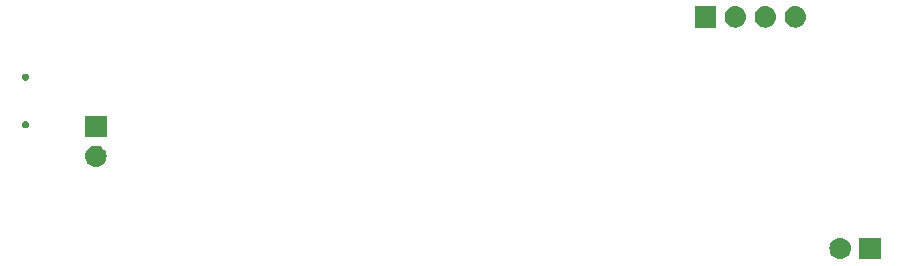
<source format=gbr>
G04 #@! TF.GenerationSoftware,KiCad,Pcbnew,5.1.2*
G04 #@! TF.CreationDate,2019-05-27T08:48:40-05:00*
G04 #@! TF.ProjectId,14500,31343530-302e-46b6-9963-61645f706362,rev?*
G04 #@! TF.SameCoordinates,Original*
G04 #@! TF.FileFunction,Soldermask,Bot*
G04 #@! TF.FilePolarity,Negative*
%FSLAX46Y46*%
G04 Gerber Fmt 4.6, Leading zero omitted, Abs format (unit mm)*
G04 Created by KiCad (PCBNEW 5.1.2) date 2019-05-27 08:48:40*
%MOMM*%
%LPD*%
G04 APERTURE LIST*
%ADD10C,0.100000*%
G04 APERTURE END LIST*
D10*
G36*
X185210443Y-75605519D02*
G01*
X185276627Y-75612037D01*
X185446466Y-75663557D01*
X185602991Y-75747222D01*
X185638729Y-75776552D01*
X185740186Y-75859814D01*
X185823448Y-75961271D01*
X185852778Y-75997009D01*
X185936443Y-76153534D01*
X185987963Y-76323373D01*
X186005359Y-76500000D01*
X185987963Y-76676627D01*
X185936443Y-76846466D01*
X185852778Y-77002991D01*
X185823448Y-77038729D01*
X185740186Y-77140186D01*
X185638729Y-77223448D01*
X185602991Y-77252778D01*
X185446466Y-77336443D01*
X185276627Y-77387963D01*
X185210442Y-77394482D01*
X185144260Y-77401000D01*
X185055740Y-77401000D01*
X184989558Y-77394482D01*
X184923373Y-77387963D01*
X184753534Y-77336443D01*
X184597009Y-77252778D01*
X184561271Y-77223448D01*
X184459814Y-77140186D01*
X184376552Y-77038729D01*
X184347222Y-77002991D01*
X184263557Y-76846466D01*
X184212037Y-76676627D01*
X184194641Y-76500000D01*
X184212037Y-76323373D01*
X184263557Y-76153534D01*
X184347222Y-75997009D01*
X184376552Y-75961271D01*
X184459814Y-75859814D01*
X184561271Y-75776552D01*
X184597009Y-75747222D01*
X184753534Y-75663557D01*
X184923373Y-75612037D01*
X184989557Y-75605519D01*
X185055740Y-75599000D01*
X185144260Y-75599000D01*
X185210443Y-75605519D01*
X185210443Y-75605519D01*
G37*
G36*
X188541000Y-77401000D02*
G01*
X186739000Y-77401000D01*
X186739000Y-75599000D01*
X188541000Y-75599000D01*
X188541000Y-77401000D01*
X188541000Y-77401000D01*
G37*
G36*
X122210443Y-67805519D02*
G01*
X122276627Y-67812037D01*
X122446466Y-67863557D01*
X122602991Y-67947222D01*
X122638729Y-67976552D01*
X122740186Y-68059814D01*
X122823448Y-68161271D01*
X122852778Y-68197009D01*
X122936443Y-68353534D01*
X122987963Y-68523373D01*
X123005359Y-68700000D01*
X122987963Y-68876627D01*
X122936443Y-69046466D01*
X122852778Y-69202991D01*
X122823448Y-69238729D01*
X122740186Y-69340186D01*
X122638729Y-69423448D01*
X122602991Y-69452778D01*
X122446466Y-69536443D01*
X122276627Y-69587963D01*
X122210442Y-69594482D01*
X122144260Y-69601000D01*
X122055740Y-69601000D01*
X121989558Y-69594482D01*
X121923373Y-69587963D01*
X121753534Y-69536443D01*
X121597009Y-69452778D01*
X121561271Y-69423448D01*
X121459814Y-69340186D01*
X121376552Y-69238729D01*
X121347222Y-69202991D01*
X121263557Y-69046466D01*
X121212037Y-68876627D01*
X121194641Y-68700000D01*
X121212037Y-68523373D01*
X121263557Y-68353534D01*
X121347222Y-68197009D01*
X121376552Y-68161271D01*
X121459814Y-68059814D01*
X121561271Y-67976552D01*
X121597009Y-67947222D01*
X121753534Y-67863557D01*
X121923373Y-67812037D01*
X121989557Y-67805519D01*
X122055740Y-67799000D01*
X122144260Y-67799000D01*
X122210443Y-67805519D01*
X122210443Y-67805519D01*
G37*
G36*
X123001000Y-67061000D02*
G01*
X121199000Y-67061000D01*
X121199000Y-65259000D01*
X123001000Y-65259000D01*
X123001000Y-67061000D01*
X123001000Y-67061000D01*
G37*
G36*
X116237797Y-65710567D02*
G01*
X116292575Y-65733257D01*
X116292577Y-65733258D01*
X116341876Y-65766198D01*
X116383802Y-65808124D01*
X116416742Y-65857423D01*
X116416743Y-65857425D01*
X116439433Y-65912203D01*
X116451000Y-65970353D01*
X116451000Y-66029647D01*
X116439433Y-66087797D01*
X116416743Y-66142575D01*
X116416742Y-66142577D01*
X116383802Y-66191876D01*
X116341876Y-66233802D01*
X116292577Y-66266742D01*
X116292576Y-66266743D01*
X116292575Y-66266743D01*
X116237797Y-66289433D01*
X116179647Y-66301000D01*
X116120353Y-66301000D01*
X116062203Y-66289433D01*
X116007425Y-66266743D01*
X116007424Y-66266743D01*
X116007423Y-66266742D01*
X115958124Y-66233802D01*
X115916198Y-66191876D01*
X115883258Y-66142577D01*
X115883257Y-66142575D01*
X115860567Y-66087797D01*
X115849000Y-66029647D01*
X115849000Y-65970353D01*
X115860567Y-65912203D01*
X115883257Y-65857425D01*
X115883258Y-65857423D01*
X115916198Y-65808124D01*
X115958124Y-65766198D01*
X116007423Y-65733258D01*
X116007425Y-65733257D01*
X116062203Y-65710567D01*
X116120353Y-65699000D01*
X116179647Y-65699000D01*
X116237797Y-65710567D01*
X116237797Y-65710567D01*
G37*
G36*
X116237797Y-61710567D02*
G01*
X116292575Y-61733257D01*
X116292577Y-61733258D01*
X116341876Y-61766198D01*
X116383802Y-61808124D01*
X116416742Y-61857423D01*
X116416743Y-61857425D01*
X116439433Y-61912203D01*
X116451000Y-61970353D01*
X116451000Y-62029647D01*
X116439433Y-62087797D01*
X116416743Y-62142575D01*
X116416742Y-62142577D01*
X116383802Y-62191876D01*
X116341876Y-62233802D01*
X116292577Y-62266742D01*
X116292576Y-62266743D01*
X116292575Y-62266743D01*
X116237797Y-62289433D01*
X116179647Y-62301000D01*
X116120353Y-62301000D01*
X116062203Y-62289433D01*
X116007425Y-62266743D01*
X116007424Y-62266743D01*
X116007423Y-62266742D01*
X115958124Y-62233802D01*
X115916198Y-62191876D01*
X115883258Y-62142577D01*
X115883257Y-62142575D01*
X115860567Y-62087797D01*
X115849000Y-62029647D01*
X115849000Y-61970353D01*
X115860567Y-61912203D01*
X115883257Y-61857425D01*
X115883258Y-61857423D01*
X115916198Y-61808124D01*
X115958124Y-61766198D01*
X116007423Y-61733258D01*
X116007425Y-61733257D01*
X116062203Y-61710567D01*
X116120353Y-61699000D01*
X116179647Y-61699000D01*
X116237797Y-61710567D01*
X116237797Y-61710567D01*
G37*
G36*
X174601000Y-57801000D02*
G01*
X172799000Y-57801000D01*
X172799000Y-55999000D01*
X174601000Y-55999000D01*
X174601000Y-57801000D01*
X174601000Y-57801000D01*
G37*
G36*
X176350442Y-56005518D02*
G01*
X176416627Y-56012037D01*
X176586466Y-56063557D01*
X176742991Y-56147222D01*
X176778729Y-56176552D01*
X176880186Y-56259814D01*
X176963448Y-56361271D01*
X176992778Y-56397009D01*
X177076443Y-56553534D01*
X177127963Y-56723373D01*
X177145359Y-56900000D01*
X177127963Y-57076627D01*
X177076443Y-57246466D01*
X176992778Y-57402991D01*
X176963448Y-57438729D01*
X176880186Y-57540186D01*
X176778729Y-57623448D01*
X176742991Y-57652778D01*
X176586466Y-57736443D01*
X176416627Y-57787963D01*
X176350442Y-57794482D01*
X176284260Y-57801000D01*
X176195740Y-57801000D01*
X176129558Y-57794482D01*
X176063373Y-57787963D01*
X175893534Y-57736443D01*
X175737009Y-57652778D01*
X175701271Y-57623448D01*
X175599814Y-57540186D01*
X175516552Y-57438729D01*
X175487222Y-57402991D01*
X175403557Y-57246466D01*
X175352037Y-57076627D01*
X175334641Y-56900000D01*
X175352037Y-56723373D01*
X175403557Y-56553534D01*
X175487222Y-56397009D01*
X175516552Y-56361271D01*
X175599814Y-56259814D01*
X175701271Y-56176552D01*
X175737009Y-56147222D01*
X175893534Y-56063557D01*
X176063373Y-56012037D01*
X176129558Y-56005518D01*
X176195740Y-55999000D01*
X176284260Y-55999000D01*
X176350442Y-56005518D01*
X176350442Y-56005518D01*
G37*
G36*
X178890442Y-56005518D02*
G01*
X178956627Y-56012037D01*
X179126466Y-56063557D01*
X179282991Y-56147222D01*
X179318729Y-56176552D01*
X179420186Y-56259814D01*
X179503448Y-56361271D01*
X179532778Y-56397009D01*
X179616443Y-56553534D01*
X179667963Y-56723373D01*
X179685359Y-56900000D01*
X179667963Y-57076627D01*
X179616443Y-57246466D01*
X179532778Y-57402991D01*
X179503448Y-57438729D01*
X179420186Y-57540186D01*
X179318729Y-57623448D01*
X179282991Y-57652778D01*
X179126466Y-57736443D01*
X178956627Y-57787963D01*
X178890442Y-57794482D01*
X178824260Y-57801000D01*
X178735740Y-57801000D01*
X178669558Y-57794482D01*
X178603373Y-57787963D01*
X178433534Y-57736443D01*
X178277009Y-57652778D01*
X178241271Y-57623448D01*
X178139814Y-57540186D01*
X178056552Y-57438729D01*
X178027222Y-57402991D01*
X177943557Y-57246466D01*
X177892037Y-57076627D01*
X177874641Y-56900000D01*
X177892037Y-56723373D01*
X177943557Y-56553534D01*
X178027222Y-56397009D01*
X178056552Y-56361271D01*
X178139814Y-56259814D01*
X178241271Y-56176552D01*
X178277009Y-56147222D01*
X178433534Y-56063557D01*
X178603373Y-56012037D01*
X178669558Y-56005518D01*
X178735740Y-55999000D01*
X178824260Y-55999000D01*
X178890442Y-56005518D01*
X178890442Y-56005518D01*
G37*
G36*
X181430442Y-56005518D02*
G01*
X181496627Y-56012037D01*
X181666466Y-56063557D01*
X181822991Y-56147222D01*
X181858729Y-56176552D01*
X181960186Y-56259814D01*
X182043448Y-56361271D01*
X182072778Y-56397009D01*
X182156443Y-56553534D01*
X182207963Y-56723373D01*
X182225359Y-56900000D01*
X182207963Y-57076627D01*
X182156443Y-57246466D01*
X182072778Y-57402991D01*
X182043448Y-57438729D01*
X181960186Y-57540186D01*
X181858729Y-57623448D01*
X181822991Y-57652778D01*
X181666466Y-57736443D01*
X181496627Y-57787963D01*
X181430442Y-57794482D01*
X181364260Y-57801000D01*
X181275740Y-57801000D01*
X181209558Y-57794482D01*
X181143373Y-57787963D01*
X180973534Y-57736443D01*
X180817009Y-57652778D01*
X180781271Y-57623448D01*
X180679814Y-57540186D01*
X180596552Y-57438729D01*
X180567222Y-57402991D01*
X180483557Y-57246466D01*
X180432037Y-57076627D01*
X180414641Y-56900000D01*
X180432037Y-56723373D01*
X180483557Y-56553534D01*
X180567222Y-56397009D01*
X180596552Y-56361271D01*
X180679814Y-56259814D01*
X180781271Y-56176552D01*
X180817009Y-56147222D01*
X180973534Y-56063557D01*
X181143373Y-56012037D01*
X181209558Y-56005518D01*
X181275740Y-55999000D01*
X181364260Y-55999000D01*
X181430442Y-56005518D01*
X181430442Y-56005518D01*
G37*
M02*

</source>
